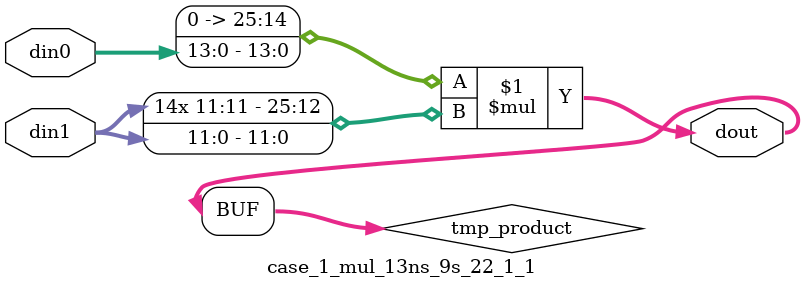
<source format=v>

`timescale 1 ns / 1 ps

 (* use_dsp = "no" *)  module case_1_mul_13ns_9s_22_1_1(din0, din1, dout);
parameter ID = 1;
parameter NUM_STAGE = 0;
parameter din0_WIDTH = 14;
parameter din1_WIDTH = 12;
parameter dout_WIDTH = 26;

input [din0_WIDTH - 1 : 0] din0; 
input [din1_WIDTH - 1 : 0] din1; 
output [dout_WIDTH - 1 : 0] dout;

wire signed [dout_WIDTH - 1 : 0] tmp_product;

























assign tmp_product = $signed({1'b0, din0}) * $signed(din1);










assign dout = tmp_product;





















endmodule

</source>
